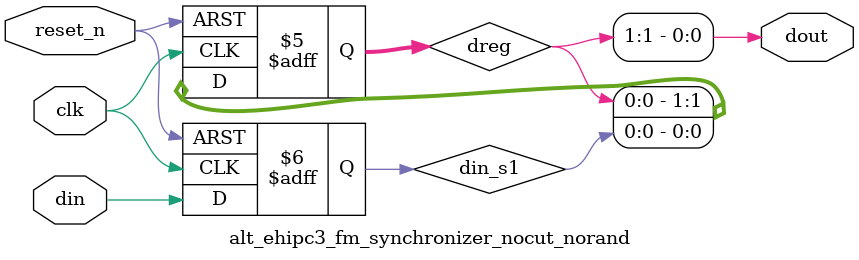
<source format=sv>


 
 
// Module: alt_ehipc3_fm_xcvr_resync_norand_std
//
// Description:
//  A general purpose resynchronization module that uses the recommended altera_std_synchronizer 
//  and alt_ehipc3_fm_synchronizer_nocut_norand synchronizer
//  
//  Parameters:
//    SYNC_CHAIN_LENGTH
//      - Specifies the length of the synchronizer chain for metastability
//        retiming.
//    WIDTH
//      - Specifies the number of bits you want to synchronize. Controls the width of the
//        d and q ports.
//    SLOW_CLOCK - USE WITH CAUTION. 
//      - Leaving this setting at its default will create a standard resynch circuit that
//        merely passes the input data through a chain of flip-flops. This setting assumes
//        that the input data has a pulse width longer than one clock cycle sufficient to
//        satisfy setup and hold requirements on at least one clock edge.
//      - By setting this to 1 (USE CAUTION) you are creating an asynchronous
//        circuit that will capture the input data regardless of the pulse width and 
//        its relationship to the clock. However it is more difficult to apply static
//        timing constraints as it ties the data input to the clock input of the flop.
//        This implementation assumes the data rate is slow enough
//    INIT_VALUE
//      - Specifies the initial values of the synchronization registers.
//	  NO_CUT
//		- Specifies whether to apply embedded false path timing constraint. 
//		  0: Apply the constraint 1: Not applying the constraint
//
 
`timescale 1ps/1ps 
 
module alt_ehipc3_fm_xcvr_resync_norand_std #(
    parameter SYNC_CHAIN_LENGTH = 2,  // Number of flip-flops for retiming. Must be >1
    parameter WIDTH             = 1,  // Number of bits to resync
    parameter SLOW_CLOCK        = 0,  // See description above
    parameter INIT_VALUE        = 0,
    parameter NO_CUT		= 1	  // See description above
  ) (
  input   wire              clk,
  input   wire              reset,
  input   wire  [WIDTH-1:0] d,
  output  wire  [WIDTH-1:0] q
  );
 
localparam  INT_LEN       = (SYNC_CHAIN_LENGTH > 1) ? SYNC_CHAIN_LENGTH : 2;
localparam  L_INIT_VALUE  = (INIT_VALUE == 1) ? 1'b1 : 1'b0;
 
genvar ig;
 
// Generate a synchronizer chain for each bit
generate for(ig=0;ig<WIDTH;ig=ig+1) begin : resync_chains
	wire                d_in;   // Input to sychronization chain.
	wire				sync_d_in;
	wire		        sync_q_out;
	
	// Adding inverter to the input of first sync register and output of the last sync register to implement power-up high for INIT_VALUE=1
	assign sync_d_in = (INIT_VALUE == 1) ? ~d_in : d_in;
	assign q[ig] = (INIT_VALUE == 1)  ? ~sync_q_out : sync_q_out;
	
	if (NO_CUT == 0) begin		
		altera_std_synchronizer #(
			.depth(INT_LEN)				
		) synchronizer (
			.clk		(clk),
			.reset_n	(~reset),
			.din		(sync_d_in),
			.dout		(sync_q_out)
		);
		
		//synthesis translate_off			
		initial begin
			synchronizer.dreg = {(INT_LEN-1){1'b0}};
			synchronizer.din_s1 = 1'b0;
		end
		//synthesis translate_on
				
	end else begin
		alt_ehipc3_fm_synchronizer_nocut_norand #(
			.depth(INT_LEN)				
		) synchronizer_nocut_norand (
			.clk		(clk),
			.reset_n	(~reset),
			.din		(sync_d_in),
			.dout		(sync_q_out)
		);
				
		//synthesis translate_off
		initial begin
			synchronizer_nocut_norand.dreg = {(INT_LEN-1){1'b0}};
			synchronizer_nocut_norand.din_s1 = 1'b0;
		end
		//synthesis translate_on	
	end
	
    // Generate asynchronous capture circuit if specified.
    if(SLOW_CLOCK == 0) begin
      assign  d_in = d[ig];
    end else begin
      wire  d_clk;
      reg   d_r = L_INIT_VALUE;
      wire  clr_n;
 
      assign  d_clk = d[ig];
      assign  d_in  = d_r;
      assign  clr_n = ~q[ig] | d_clk; // Clear when output is logic 1 and input is logic 0
 
      // Asynchronously latch the input signal.
      always @(posedge d_clk or negedge clr_n)
        if(!clr_n)      d_r <= 1'b0;
        else if(d_clk)  d_r <= 1'b1;
    end // SLOW_CLOCK
  end // for loop
endgenerate
 
endmodule






module alt_ehipc3_fm_synchronizer_nocut_norand (
                                clk, 
                                reset_n, 
                                din, 
                                dout
                                );
 
   parameter depth = 3; // This value must be >= 2 !
   parameter rst_value = 0;     
     
   input   clk;
   input   reset_n;    
   input   din;
   output  dout;
   
   // QuartusII synthesis directives:
   //     1. Preserve all registers ie. do not touch them.
   //     2. Do not merge other flip-flops with synchronizer flip-flops.
   // QuartusII TimeQuest directives:
   //     1. Identify all flip-flops in this module as members of the synchronizer 
   //        to enable automatic metastability MTBF analysis.
 
   (* altera_attribute = {"-name ADV_NETLIST_OPT_ALLOWED NEVER_ALLOW; -name SYNCHRONIZER_IDENTIFICATION FORCED; -name DONT_MERGE_REGISTER ON; -name PRESERVE_REGISTER ON  "} *) reg din_s1;
 
   (* altera_attribute = {"-name ADV_NETLIST_OPT_ALLOWED NEVER_ALLOW; -name DONT_MERGE_REGISTER ON; -name PRESERVE_REGISTER ON"} *) reg [depth-2:0] dreg;    
   
   //synthesis translate_off
   initial begin
      if (depth <2) begin
         $display("%m: Error: synchronizer length: %0d less than 2.", depth);
      end
   end
 

 
   //synthesis translate_on   
   generate if (rst_value == 0)
       always @(posedge clk or negedge reset_n) begin
           if (reset_n == 0) 
             din_s1 <= 1'b0;
           else
             din_s1 <= din;
       end
   endgenerate
   
   generate if (rst_value == 1)
       always @(posedge clk or negedge reset_n) begin
           if (reset_n == 0) 
             din_s1 <= 1'b1;
           else
             din_s1 <= din;
       end
   endgenerate

 

   // the remaining synchronizer registers form a simple shift register
   // of length depth-1
   generate if (rst_value == 0)
      if (depth < 3) begin
         always @(posedge clk or negedge reset_n) begin
            if (reset_n == 0) 
              dreg <= {depth-1{1'b0}};            
            else
              dreg <= din_s1;
         end         
      end else begin
         always @(posedge clk or negedge reset_n) begin
            if (reset_n == 0) 
              dreg <= {depth-1{1'b0}};
            else
              dreg <= {dreg[depth-3:0], din_s1};
         end
      end
   endgenerate
   
   generate if (rst_value == 1)
      if (depth < 3) begin
         always @(posedge clk or negedge reset_n) begin
            if (reset_n == 0) 
              dreg <= {depth-1{1'b1}};            
            else
              dreg <= din_s1;
         end         
      end else begin
         always @(posedge clk or negedge reset_n) begin
            if (reset_n == 0) 
              dreg <= {depth-1{1'b1}};
            else
              dreg <= {dreg[depth-3:0], din_s1};
         end
      end
   endgenerate
 
   assign dout = dreg[depth-2];
   
endmodule 
 
 






`ifdef QUESTA_INTEL_OEM
`pragma questa_oem_00 "zxbEFFp84WYRbJsb0HIMeuWjbOOv1K7QQFpH53Gb3V5p0ZRDdhsMAxwP11nnT9uCTG31WcRFMGv1Y3sp3Jccq/UYKIiEbrkv+dnQkRqN6m6gKWqiXtHiiORyaZNWlpsJ1uOJVOw5+WI+1xrepR1EmwGCsDi2F6K1UWIUsyOHvXTbPREtmL97zvP7WTaw1mXrLe+4BbR/6Dd7pfQ4tTt2P5iQPOMdgtxNDjbWzf8Mv5Ma4VrmqZ/JOXmfdI6DsM46C9ezZ/+8MOE7CATanwqY9C/6kv1H3Z0V+V2flxqBXW/rWkPvLHveR1wxxOv7AeI60AHhXFJ1DWS7kI00ZGdAiE33APKRsw4zIzFNOJwabKJGi9gKD1YM+VjMdVNrmMh8YZpxCvU78+9Gugi9amILYSH+VaZ76Mm5bLrjqKPIyrHVYZlAux/hqfr8I1OdO92UbhC1XhaBl/xYQh8PfvyCPlTykhQJ5FGODuIP5/xvNxMOWBR/hUbjBt1v3iY5EJTAr1X9wBLg77ghosWXc+J8SyIxpfGpfWO9wZge8VGZlZpyt+rUbgR5r4nukQXd2rjJj1WUkw5SV578gTZ+Um53t8oUAgSSRAlcU9UeBGWZLQXNUNixNM09Sse6iL4MMd2RBmOADhl4oLR06c24zTLr3Y/aa45hUjMKWnufr83/t1bPmJPmiFpqOkTzl/0rnLLJmYPMw7visF5IrQDYuRNwAeWV3KPqADoSbJr3v0+cIccnUmu36YmbAs+MCWSi4Oh7hb5JNAaY0F4SdJ6LJA+xTJl2V1+q/BcgzGRI7xPZugljJBFWTktPHGLwswX7jL82Yx4F7eJgv5I440jnH0uNPY5ieq12NXAqAY1Ffs10OrW2BI0DJw0Pr1qc0AhVxAOUJXrXFFALVVak3rEem89qEs26zjSWHqWs3b3kqrGCEfgw5Yq2Tu+YAoIO7lXuG7aQrerQH8Jae6+yDZrMu730w5La9j1IEEPBZJLzZ1fV1lf+3v7BWjjqO7gDBhi7O5nQ"
`endif
</source>
